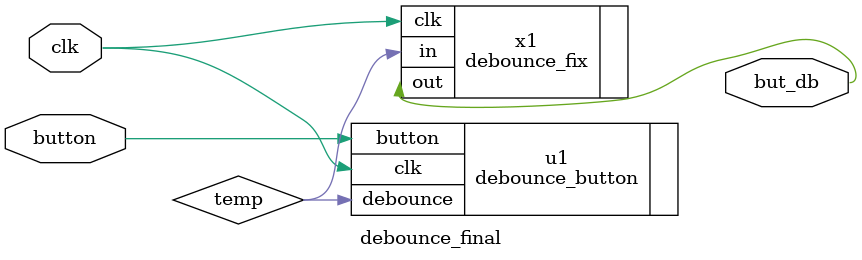
<source format=sv>
module debounce_final (
    input logic clk,
    input logic button,
    output logic but_db
);
//
logic temp;
debounce_button u1 (
    .clk(clk),
    .button(button),
    .debounce(temp)
);
debounce_fix x1 (
    .clk(clk),
    .in(temp),
    .out(but_db)
);
endmodule 
</source>
